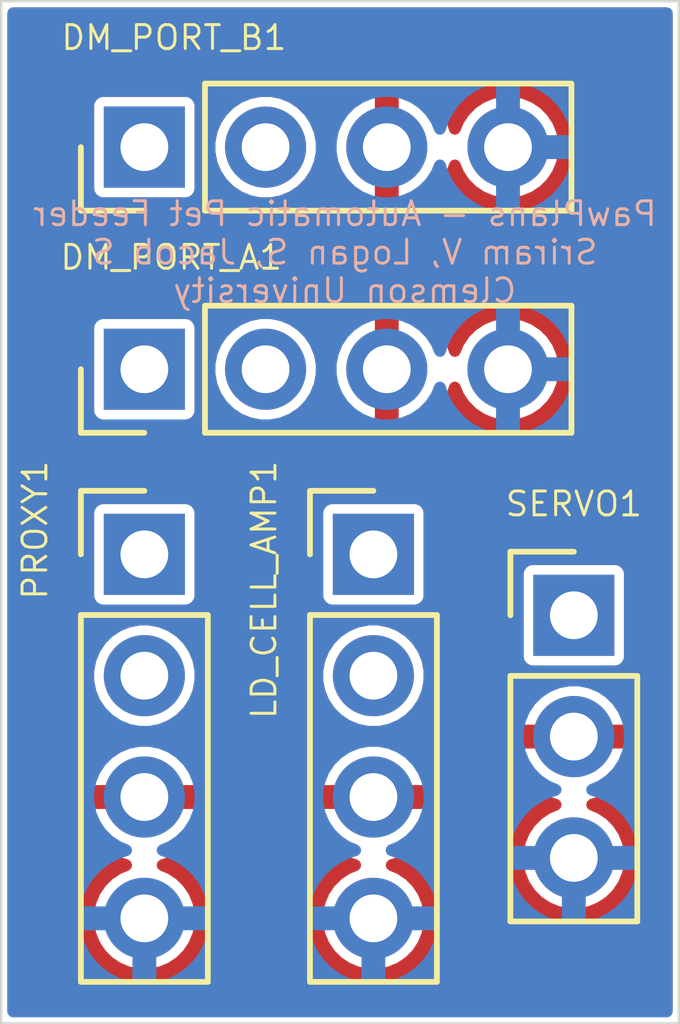
<source format=kicad_pcb>
(kicad_pcb (version 20241229) (generator "pcbnew") (generator_version "9.0")
  (title_block (title "PawPlans - Automatic Pet Feeder") (date "2025-03-14") (rev "0.5.0") (company "Clemson University") (comment 1 "Sriram Vishnubhotla, Logan Swoyer") (comment 2 "Team Happy Pets"))
  (layers (0 "F.Cu" signal) (2 "B.Cu" signal) (13 "F.Paste" user) (15 "B.Paste" user) (5 "F.SilkS" user "F.Silkscreen") (7 "B.SilkS" user "B.Silkscreen") (1 "F.Mask" user) (3 "B.Mask" user) (25 "Edge.Cuts" user))
  (net 0 "")
  (net 10 "/GND")
  (net 11 "/5V")
  (footprint "Connector_PinHeader_2.54mm:PinHeader_1x04_P2.54mm_Vertical" (layer "F.Cu") (at 100 63.65 90)
    (property "Reference" "DM_PORT_A1" (at 2.05 -1.8 0) (layer "F.SilkS") (effects (font (size 0.5 0.5) (thickness 0.0625)) (justify left bottom)))
    (property "Value" "Conn_01x04" (hide yes))
    (fp_line (start -1.33 -1.33) (end 0 -1.33) (stroke (width 0.12)) (layer "F.SilkS"))
    (fp_line (start -1.33 0) (end -1.33 -1.33) (stroke (width 0.12)) (layer "F.SilkS"))
    (fp_line (start 1.33 1.27) (end 1.33 8.95) (stroke (width 0.12)) (layer "F.SilkS"))
    (fp_line (start -1.33 1.27) (end 1.33 1.27) (stroke (width 0.12)) (layer "F.SilkS"))
    (fp_line (start -1.33 1.27) (end -1.33 8.95) (stroke (width 0.12)) (layer "F.SilkS"))
    (fp_line (start -1.33 8.95) (end 1.33 8.95) (stroke (width 0.12)) (layer "F.SilkS"))
    (pad "1" thru_hole rect (at 0 0 90) (size 1.7 1.7) (drill 1) (layers "*.Cu" "*.Mask"))
    (pad "2" thru_hole oval (at 0 2.54 90) (size 1.7 1.7) (drill 1) (layers "*.Cu" "*.Mask"))
    (pad "3" thru_hole oval (at 0 5.08 90) (size 1.7 1.7) (drill 1) (layers "*.Cu" "*.Mask") (net 11 "/5V"))
    (pad "4" thru_hole oval (at 0 7.62 90) (size 1.7 1.7) (drill 1) (layers "*.Cu" "*.Mask") (net 10 "/GND"))
  )
  (footprint "Connector_PinHeader_2.54mm:PinHeader_1x04_P2.54mm_Vertical" (layer "F.Cu") (at 100 59 90)
    (property "Reference" "DM_PORT_B1" (at 2 -1.78 180) (layer "F.SilkS") (effects (font (size 0.5 0.5) (thickness 0.0625)) (justify left bottom)))
    (property "Value" "Conn_01x04" (hide yes))
    (fp_line (start -1.33 -1.33) (end 0 -1.33) (stroke (width 0.12)) (layer "F.SilkS"))
    (fp_line (start -1.33 0) (end -1.33 -1.33) (stroke (width 0.12)) (layer "F.SilkS"))
    (fp_line (start 1.33 1.27) (end 1.33 8.95) (stroke (width 0.12)) (layer "F.SilkS"))
    (fp_line (start -1.33 1.27) (end 1.33 1.27) (stroke (width 0.12)) (layer "F.SilkS"))
    (fp_line (start -1.33 1.27) (end -1.33 8.95) (stroke (width 0.12)) (layer "F.SilkS"))
    (fp_line (start -1.33 8.95) (end 1.33 8.95) (stroke (width 0.12)) (layer "F.SilkS"))
    (pad "1" thru_hole rect (at 0 0 90) (size 1.7 1.7) (drill 1) (layers "*.Cu" "*.Mask"))
    (pad "2" thru_hole oval (at 0 2.54 90) (size 1.7 1.7) (drill 1) (layers "*.Cu" "*.Mask"))
    (pad "3" thru_hole oval (at 0 5.08 90) (size 1.7 1.7) (drill 1) (layers "*.Cu" "*.Mask") (net 11 "/5V"))
    (pad "4" thru_hole oval (at 0 7.62 90) (size 1.7 1.7) (drill 1) (layers "*.Cu" "*.Mask") (net 10 "/GND"))
  )
  (footprint "Connector_PinHeader_2.54mm:PinHeader_1x04_P2.54mm_Vertical" (layer "F.Cu") (at 104.8 67.525)
    (property "Reference" "LD_CELL_AMP1" (at -2 -2 90) (layer "F.SilkS") (effects (font (size 0.5 0.5) (thickness 0.0625)) (justify right bottom)))
    (property "Value" "Conn_01x04" (hide yes))
    (fp_line (start -1.33 -1.33) (end 0 -1.33) (stroke (width 0.12)) (layer "F.SilkS"))
    (fp_line (start -1.33 0) (end -1.33 -1.33) (stroke (width 0.12)) (layer "F.SilkS"))
    (fp_line (start -1.33 1.27) (end -1.33 8.95) (stroke (width 0.12)) (layer "F.SilkS"))
    (fp_line (start -1.33 1.27) (end 1.33 1.27) (stroke (width 0.12)) (layer "F.SilkS"))
    (fp_line (start -1.33 8.95) (end 1.33 8.95) (stroke (width 0.12)) (layer "F.SilkS"))
    (fp_line (start 1.33 1.27) (end 1.33 8.95) (stroke (width 0.12)) (layer "F.SilkS"))
    (pad "1" thru_hole rect (at 0 0) (size 1.7 1.7) (drill 1) (layers "*.Cu" "*.Mask"))
    (pad "2" thru_hole oval (at 0 2.54) (size 1.7 1.7) (drill 1) (layers "*.Cu" "*.Mask"))
    (pad "3" thru_hole oval (at 0 5.08) (size 1.7 1.7) (drill 1) (layers "*.Cu" "*.Mask") (net 11 "/5V"))
    (pad "4" thru_hole oval (at 0 7.62) (size 1.7 1.7) (drill 1) (layers "*.Cu" "*.Mask") (net 10 "/GND"))
  )
  (footprint "Connector_PinHeader_2.54mm:PinHeader_1x03_P2.54mm_Vertical" (layer "F.Cu") (at 109 68.8)
    (property "Reference" "SERVO1" (at 0 -2.33 0) (layer "F.SilkS") (effects (font (size 0.5 0.5) (thickness 0.0625))))
    (property "Value" "Conn_01x03" (hide yes))
    (fp_line (start -1.33 -1.33) (end 0 -1.33) (stroke (width 0.12)) (layer "F.SilkS"))
    (fp_line (start -1.33 0) (end -1.33 -1.33) (stroke (width 0.12)) (layer "F.SilkS"))
    (fp_line (start -1.33 1.27) (end -1.33 6.41) (stroke (width 0.12)) (layer "F.SilkS"))
    (fp_line (start -1.33 1.27) (end 1.33 1.27) (stroke (width 0.12)) (layer "F.SilkS"))
    (fp_line (start -1.33 6.41) (end 1.33 6.41) (stroke (width 0.12)) (layer "F.SilkS"))
    (fp_line (start 1.33 1.27) (end 1.33 6.41) (stroke (width 0.12)) (layer "F.SilkS"))
    (pad "1" thru_hole rect (at 0 0) (size 1.7 1.7) (drill 1) (layers "*.Cu" "*.Mask"))
    (pad "2" thru_hole oval (at 0 2.54) (size 1.7 1.7) (drill 1) (layers "*.Cu" "*.Mask") (net 11 "/5V"))
    (pad "3" thru_hole oval (at 0 5.08) (size 1.7 1.7) (drill 1) (layers "*.Cu" "*.Mask") (net 10 "/GND"))
  )
  (footprint "Connector_PinHeader_2.54mm:PinHeader_1x04_P2.54mm_Vertical" (layer "F.Cu") (at 100 67.525)
    (property "Reference" "PROXY1" (at -2 -2 90) (layer "F.SilkS") (effects (font (size 0.5 0.5) (thickness 0.0625)) (justify right bottom)))
    (property "Value" "Conn_01x04" (hide yes))
    (fp_line (start -1.33 -1.33) (end 0 -1.33) (stroke (width 0.12)) (layer "F.SilkS"))
    (fp_line (start -1.33 0) (end -1.33 -1.33) (stroke (width 0.12)) (layer "F.SilkS"))
    (fp_line (start -1.33 1.27) (end -1.33 8.95) (stroke (width 0.12)) (layer "F.SilkS"))
    (fp_line (start -1.33 1.27) (end 1.33 1.27) (stroke (width 0.12)) (layer "F.SilkS"))
    (fp_line (start -1.33 8.95) (end 1.33 8.95) (stroke (width 0.12)) (layer "F.SilkS"))
    (fp_line (start 1.33 1.27) (end 1.33 8.95) (stroke (width 0.12)) (layer "F.SilkS"))
    (pad "1" thru_hole rect (at 0 0) (size 1.7 1.7) (drill 1) (layers "*.Cu" "*.Mask"))
    (pad "2" thru_hole oval (at 0 2.54) (size 1.7 1.7) (drill 1) (layers "*.Cu" "*.Mask"))
    (pad "3" thru_hole oval (at 0 5.08) (size 1.7 1.7) (drill 1) (layers "*.Cu" "*.Mask") (net 11 "/5V"))
    (pad "4" thru_hole oval (at 0 7.62) (size 1.7 1.7) (drill 1) (layers "*.Cu" "*.Mask") (net 10 "/GND"))
  )
  (gr_rect (start 97 55.945) (end 111.2 77.345) (stroke (width 0.05)) (fill no) (layer "Edge.Cuts"))
  (gr_text "PawPlans - Automatic Pet Feeder\nSriram V, Logan S, Jacob S\nClemson University" (at 104.2 61.2 0) (layer "B.SilkS") (effects (font (size 0.5 0.5) (thickness 0.0625)) (justify mirror)))
  (zone (net 11) (net_name "/5V") (layer "F.Cu") (connect_pads (clearance 0)) (min_thickness 0.25) (fill yes (thermal_gap 0.5) (thermal_bridge_width 0.5))
    (polygon (pts (xy 97 55.95) (xy 97 77.345) (xy 111.2 77.345) (xy 111.2 55.95)))
  )
  (zone (net 10) (net_name "/GND") (layer "B.Cu") (priority 1) (connect_pads (clearance 0)) (min_thickness 0.25) (fill yes (thermal_gap 0.5) (thermal_bridge_width 0.5))
    (polygon (pts (xy 97 55.93) (xy 97 77.345) (xy 111.2 77.345) (xy 111.2 55.93)))
  )
)
</source>
